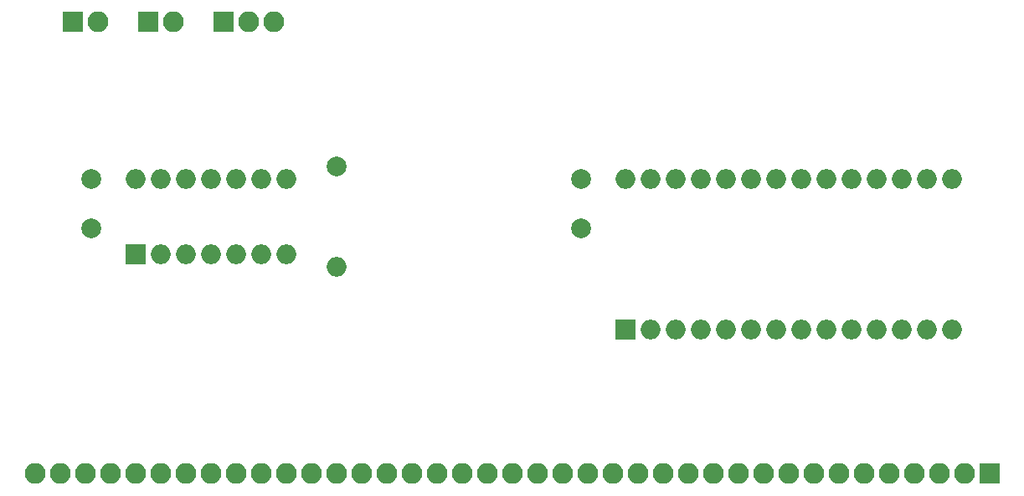
<source format=gbs>
G04 #@! TF.FileFunction,Soldermask,Bot*
%FSLAX46Y46*%
G04 Gerber Fmt 4.6, Leading zero omitted, Abs format (unit mm)*
G04 Created by KiCad (PCBNEW 4.0.6) date 06/10/17 17:46:54*
%MOMM*%
%LPD*%
G01*
G04 APERTURE LIST*
%ADD10C,0.100000*%
%ADD11R,2.000000X2.000000*%
%ADD12O,2.000000X2.000000*%
%ADD13R,2.100000X2.100000*%
%ADD14O,2.100000X2.100000*%
%ADD15C,2.000000*%
G04 APERTURE END LIST*
D10*
D11*
X149860000Y-133985000D03*
D12*
X182880000Y-118745000D03*
X152400000Y-133985000D03*
X180340000Y-118745000D03*
X154940000Y-133985000D03*
X177800000Y-118745000D03*
X157480000Y-133985000D03*
X175260000Y-118745000D03*
X160020000Y-133985000D03*
X172720000Y-118745000D03*
X162560000Y-133985000D03*
X170180000Y-118745000D03*
X165100000Y-133985000D03*
X167640000Y-118745000D03*
X167640000Y-133985000D03*
X165100000Y-118745000D03*
X170180000Y-133985000D03*
X162560000Y-118745000D03*
X172720000Y-133985000D03*
X160020000Y-118745000D03*
X175260000Y-133985000D03*
X157480000Y-118745000D03*
X177800000Y-133985000D03*
X154940000Y-118745000D03*
X180340000Y-133985000D03*
X152400000Y-118745000D03*
X182880000Y-133985000D03*
X149860000Y-118745000D03*
D13*
X101600000Y-102870000D03*
D14*
X104140000Y-102870000D03*
D15*
X120650000Y-117475000D03*
D12*
X120650000Y-127635000D03*
D15*
X145415000Y-118745000D03*
X145415000Y-123745000D03*
X95885000Y-118745000D03*
X95885000Y-123745000D03*
D13*
X93980000Y-102870000D03*
D14*
X96520000Y-102870000D03*
D13*
X186690000Y-148590000D03*
D14*
X184150000Y-148590000D03*
X181610000Y-148590000D03*
X179070000Y-148590000D03*
X176530000Y-148590000D03*
X173990000Y-148590000D03*
X171450000Y-148590000D03*
X168910000Y-148590000D03*
X166370000Y-148590000D03*
X163830000Y-148590000D03*
X161290000Y-148590000D03*
X158750000Y-148590000D03*
X156210000Y-148590000D03*
X153670000Y-148590000D03*
X151130000Y-148590000D03*
X148590000Y-148590000D03*
X146050000Y-148590000D03*
X143510000Y-148590000D03*
X140970000Y-148590000D03*
X138430000Y-148590000D03*
X135890000Y-148590000D03*
X133350000Y-148590000D03*
X130810000Y-148590000D03*
X128270000Y-148590000D03*
X125730000Y-148590000D03*
X123190000Y-148590000D03*
X120650000Y-148590000D03*
X118110000Y-148590000D03*
X115570000Y-148590000D03*
X113030000Y-148590000D03*
X110490000Y-148590000D03*
X107950000Y-148590000D03*
X105410000Y-148590000D03*
X102870000Y-148590000D03*
X100330000Y-148590000D03*
X97790000Y-148590000D03*
X95250000Y-148590000D03*
X92710000Y-148590000D03*
X90170000Y-148590000D03*
D13*
X109220000Y-102870000D03*
D14*
X111760000Y-102870000D03*
X114300000Y-102870000D03*
D11*
X100330000Y-126365000D03*
D12*
X115570000Y-118745000D03*
X102870000Y-126365000D03*
X113030000Y-118745000D03*
X105410000Y-126365000D03*
X110490000Y-118745000D03*
X107950000Y-126365000D03*
X107950000Y-118745000D03*
X110490000Y-126365000D03*
X105410000Y-118745000D03*
X113030000Y-126365000D03*
X102870000Y-118745000D03*
X115570000Y-126365000D03*
X100330000Y-118745000D03*
M02*

</source>
